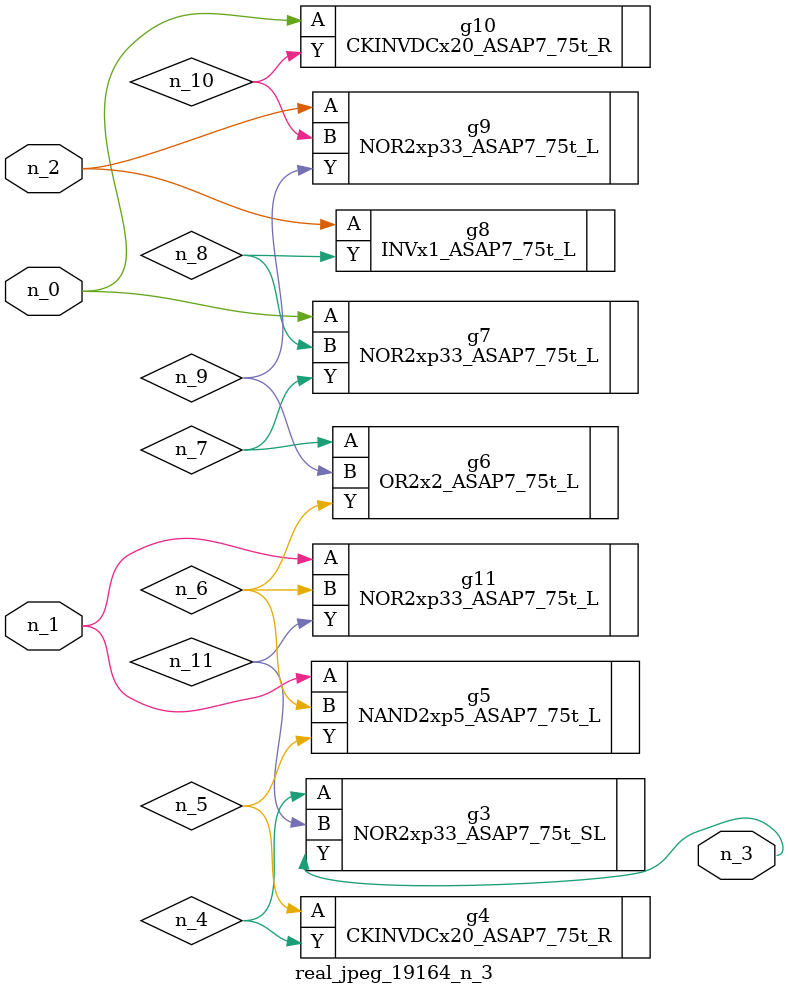
<source format=v>
module real_jpeg_19164_n_3 (n_1, n_0, n_2, n_3);

input n_1;
input n_0;
input n_2;

output n_3;

wire n_5;
wire n_8;
wire n_4;
wire n_11;
wire n_6;
wire n_7;
wire n_10;
wire n_9;

NOR2xp33_ASAP7_75t_L g7 ( 
.A(n_0),
.B(n_8),
.Y(n_7)
);

CKINVDCx20_ASAP7_75t_R g10 ( 
.A(n_0),
.Y(n_10)
);

NAND2xp5_ASAP7_75t_L g5 ( 
.A(n_1),
.B(n_6),
.Y(n_5)
);

NOR2xp33_ASAP7_75t_L g11 ( 
.A(n_1),
.B(n_6),
.Y(n_11)
);

INVx1_ASAP7_75t_L g8 ( 
.A(n_2),
.Y(n_8)
);

NOR2xp33_ASAP7_75t_L g9 ( 
.A(n_2),
.B(n_10),
.Y(n_9)
);

NOR2xp33_ASAP7_75t_SL g3 ( 
.A(n_4),
.B(n_11),
.Y(n_3)
);

CKINVDCx20_ASAP7_75t_R g4 ( 
.A(n_5),
.Y(n_4)
);

OR2x2_ASAP7_75t_L g6 ( 
.A(n_7),
.B(n_9),
.Y(n_6)
);


endmodule
</source>
